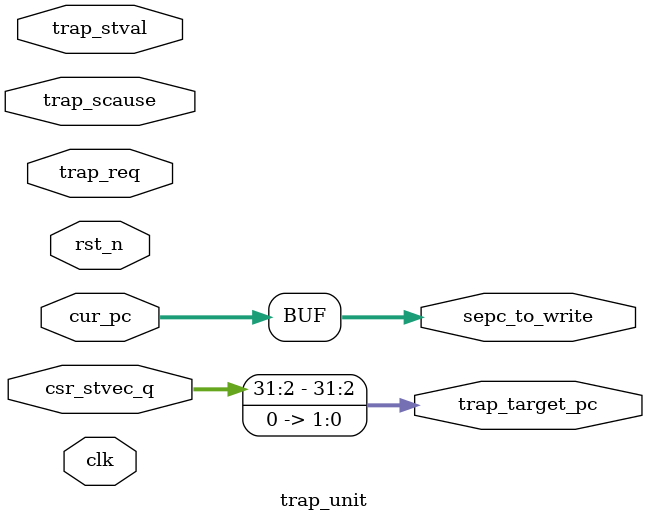
<source format=sv>
`ifndef HARVOS_SV2V_SHIM
`define HARVOS_SV2V_SHIM
`ifndef FORMAL
`define logic wire
`define always_ff always
`define always_comb always @*
`define always_latch always @*
`define bit wire
`endif
`endif


`include "harvos_pkg_flat.svh"
module trap_unit (
  input  logic        clk,
  input  logic        rst_n,
  input  logic        trap_req,
  input  [4:0]        trap_scause,
  input  [31:0]       trap_stval,
  input  [31:0]       cur_pc,
  input  [31:0]       csr_stvec_q,
  output logic [31:0] trap_target_pc,
  output logic [31:0] sepc_to_write
);
  // precise traps: record faulting PC, vector to stvec
  assign sepc_to_write   = cur_pc;
  assign trap_target_pc  = {csr_stvec_q[31:2], 2'b00}; // force 4-byte alignment

endmodule

</source>
